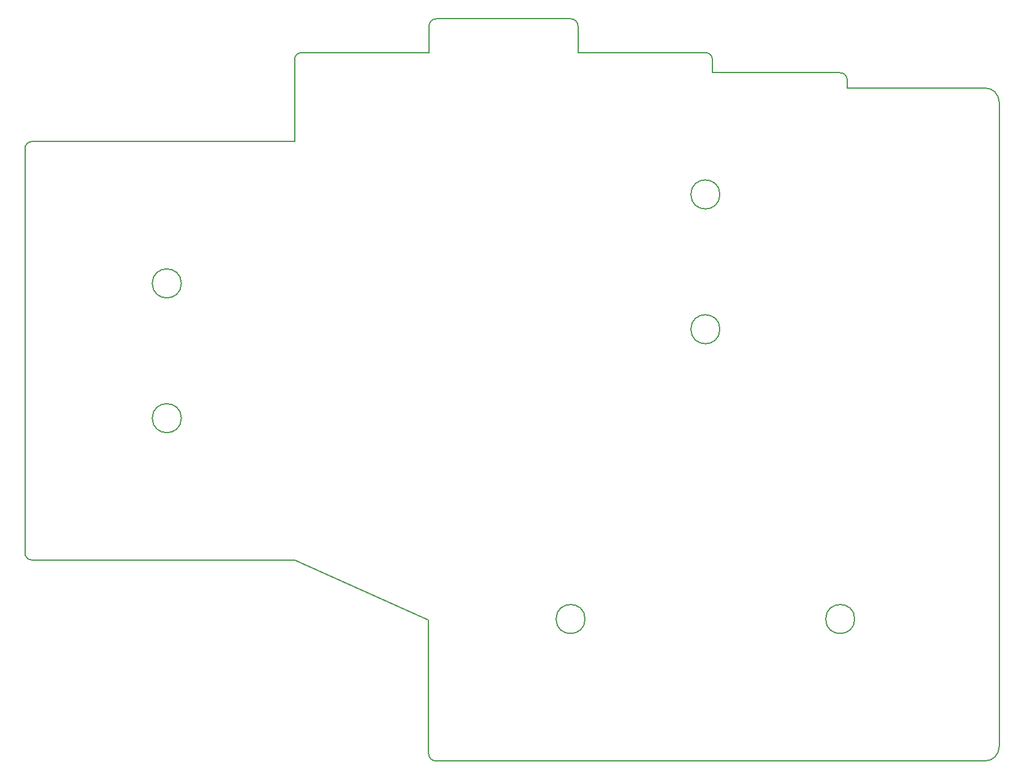
<source format=gbr>
%TF.GenerationSoftware,KiCad,Pcbnew,(6.0.8)*%
%TF.CreationDate,2022-10-22T23:02:29+01:00*%
%TF.ProjectId,board,626f6172-642e-46b6-9963-61645f706362,v1.0.0*%
%TF.SameCoordinates,Original*%
%TF.FileFunction,Profile,NP*%
%FSLAX46Y46*%
G04 Gerber Fmt 4.6, Leading zero omitted, Abs format (unit mm)*
G04 Created by KiCad (PCBNEW (6.0.8)) date 2022-10-22 23:02:29*
%MOMM*%
%LPD*%
G01*
G04 APERTURE LIST*
%TA.AperFunction,Profile*%
%ADD10C,0.150000*%
%TD*%
G04 APERTURE END LIST*
D10*
X9525000Y-10525000D02*
X46625000Y-10525000D01*
X8525000Y-9525000D02*
X8525000Y47625000D01*
X8525000Y-9525000D02*
G75*
G03*
X9525000Y-10525000I1000000J0D01*
G01*
X9525000Y48625000D02*
X46625000Y48625000D01*
X9525000Y48625000D02*
G75*
G03*
X8525000Y47625000I0J-1000000D01*
G01*
X65625000Y61198000D02*
X47625000Y61198000D01*
X47625000Y61198000D02*
G75*
G03*
X46625000Y60198000I0J-1000000D01*
G01*
X46625000Y60198000D02*
X46625000Y48625000D01*
X86675000Y61198000D02*
X86675000Y64960500D01*
X86675000Y64960500D02*
G75*
G03*
X85675000Y65960500I-1000000J0D01*
G01*
X85675000Y65960500D02*
X66625000Y65960500D01*
X66625000Y65960500D02*
G75*
G03*
X65625000Y64960500I0J-1000000D01*
G01*
X65625000Y64960500D02*
X65625000Y61198000D01*
X105675000Y58340500D02*
X105675000Y60198000D01*
X105675000Y60198000D02*
G75*
G03*
X104675000Y61198000I-1000000J0D01*
G01*
X104675000Y61198000D02*
X86675000Y61198000D01*
X124725000Y56190500D02*
X124725000Y57340500D01*
X124725000Y57340500D02*
G75*
G03*
X123725000Y58340500I-1000000J0D01*
G01*
X123725000Y58340500D02*
X105675000Y58340500D01*
X65575000Y-37909500D02*
X65575000Y-18968378D01*
X66575000Y-38909500D02*
X144200000Y-38909500D01*
X65575000Y-37909500D02*
G75*
G03*
X66575000Y-38909500I1000000J0D01*
G01*
X65575000Y-18968378D02*
X46625000Y-10525000D01*
X144200000Y-38909500D02*
G75*
G03*
X146200000Y-36909500I0J2000000D01*
G01*
X146200000Y-36909500D02*
X146200000Y54190500D01*
X146200000Y54190500D02*
G75*
G03*
X144200000Y56190500I-2000000J0D01*
G01*
X144200000Y56190500D02*
X124725000Y56190500D01*
X30625000Y28575000D02*
G75*
G03*
X30625000Y28575000I-2050000J0D01*
G01*
X30625000Y9525000D02*
G75*
G03*
X30625000Y9525000I-2050000J0D01*
G01*
X106725000Y41148000D02*
G75*
G03*
X106725000Y41148000I-2050000J0D01*
G01*
X106725000Y22098000D02*
G75*
G03*
X106725000Y22098000I-2050000J0D01*
G01*
X125775000Y-18859500D02*
G75*
G03*
X125775000Y-18859500I-2050000J0D01*
G01*
X87675000Y-18859500D02*
G75*
G03*
X87675000Y-18859500I-2050000J0D01*
G01*
M02*

</source>
